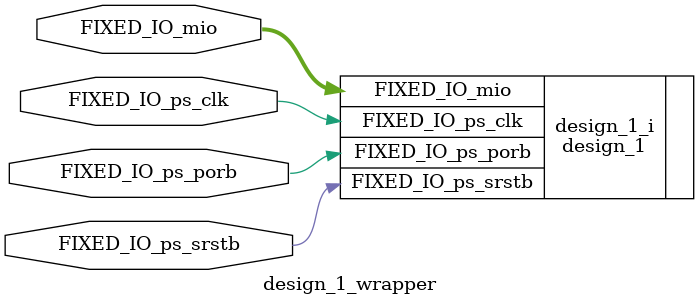
<source format=v>
`timescale 1 ps / 1 ps

module design_1_wrapper
   (FIXED_IO_mio,
    FIXED_IO_ps_clk,
    FIXED_IO_ps_porb,
    FIXED_IO_ps_srstb);
  inout [53:0]FIXED_IO_mio;
  inout FIXED_IO_ps_clk;
  inout FIXED_IO_ps_porb;
  inout FIXED_IO_ps_srstb;

  wire [53:0]FIXED_IO_mio;
  wire FIXED_IO_ps_clk;
  wire FIXED_IO_ps_porb;
  wire FIXED_IO_ps_srstb;

  design_1 design_1_i
       (.FIXED_IO_mio(FIXED_IO_mio),
        .FIXED_IO_ps_clk(FIXED_IO_ps_clk),
        .FIXED_IO_ps_porb(FIXED_IO_ps_porb),
        .FIXED_IO_ps_srstb(FIXED_IO_ps_srstb));
endmodule

</source>
